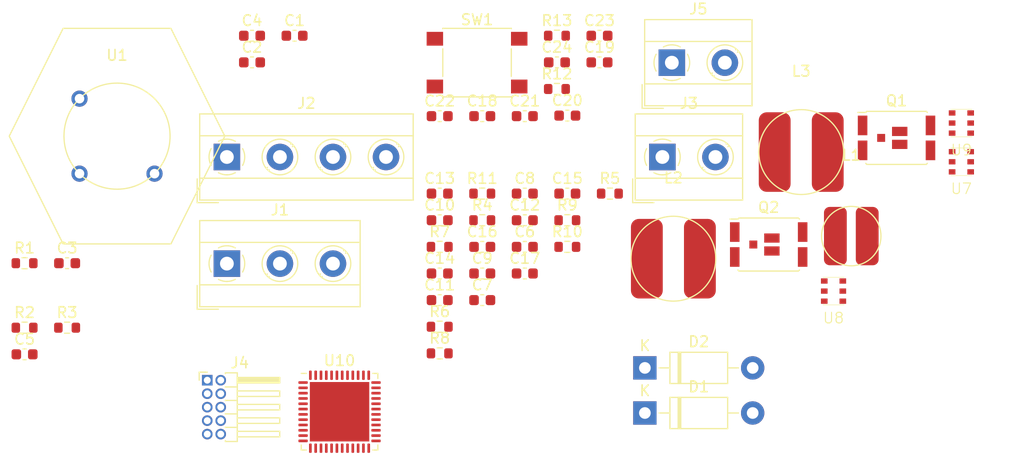
<source format=kicad_pcb>
(kicad_pcb (version 20211014) (generator pcbnew)
  (layers (0 "F.Cu" signal) (31 "B.Cu" signal) (34 "B.Paste" user) (35 "F.Paste" user) (36 "B.SilkS" user "B.Silkscreen") (37 "F.SilkS" user "F.Silkscreen") (38 "B.Mask" user) (39 "F.Mask" user) (44 "Edge.Cuts" user))
  (net 0 "")
  (net 1 "GND12V")
  (net 2 "Net-(C5-Pad2)")
  (net 3 "+5V")
  (net 4 "temper")
  (net 5 "I2C_1_SDA")
  (net 6 "I2C_1_CLK")
  (net 7 "+BATT")
  (net 8 "+3.3V")
  (net 9 "SWDIO")
  (net 10 "SWDLK")
  (net 11 "TDO")
  (net 13 "TDI")
  (net 15 "RST")
  (net 16 "Net-(C6-Pad1)")
  (net 17 "Net-(C10-Pad1)")
  (net 18 "+12V")
  (net 19 "Net-(C14-Pad1)")
  (net 20 "peri_power_1")
  (net 21 "peri_power_2")
  (net 22 "Net-(C6-Pad2)")
  (net 23 "Net-(R4-Pad2)")
  (net 24 "Net-(C10-Pad2)")
  (net 25 "Net-(R6-Pad2)")
  (net 26 "Net-(C14-Pad2)")
  (net 27 "Net-(R10-Pad1)")
  (net 41 "pres")
  (net 42 "acoustic")
  (net 45 "3.3V_GND")
  (net 55 "ch4_B")
  (net 56 "Net-(C18-Pad2)")
  (net 57 "ch4_A")
  (net 58 "Net-(BZ1-Pad1)")
  (net 59 "Net-(R12-Pad2)")
  (net 60 "Net-(U1-Pad1)")
  (net 61 "Net-(U1-Pad3)")
  (footprint "TerminalBlock_MetzConnect:TerminalBlock_MetzConnect_Type055_RT01502HDWU_1x02_P5.00mm_Horizontal" (layer "F.Cu") (at 148.97 80.01)
    (fp_text reference "J3" (at 2.5 -5.06) (layer "F.SilkS"))
    (fp_text value "Screw_Terminal_01x02")
    (pad "1" thru_hole rect (at 0 0) (size 2.5 2.5) (drill 1.3) (layers *.Cu *.Mask) (net 7 "+BATT"))
    (pad "2" thru_hole circle (at 5 0) (size 2.5 2.5) (drill 1.3) (layers *.Cu *.Mask) (net 1 "GND12V"))
  )
  (footprint "Capacitor_SMD:C_0603_1608Metric" (layer "F.Cu") (at 131.99 93.5)
    (fp_text reference "C7" (at 0 -1.43) (layer "F.SilkS"))
    (fp_text value "10uF 4.5 mR")
    (pad "1" smd roundrect (at -0.775 0) (size 0.9 0.95) (layers "F.Cu" "F.Paste" "F.Mask") (net 8 "+3.3V"))
    (pad "2" smd roundrect (at 0.775 0) (size 0.9 0.95) (layers "F.Cu" "F.Paste" "F.Mask") (net 1 "GND12V"))
  )
  (footprint "Diode_THT:D_DO-41_SOD81_P10.16mm_Horizontal" (layer "F.Cu") (at 147.32 104.14)
    (fp_text reference "D1" (at 5.08 -2.47) (layer "F.SilkS"))
    (fp_text value "1N4004")
    (fp_text user "K" (at 0 -2.1) (layer "F.SilkS"))
    (pad "1" thru_hole rect (at 0 0) (size 2.2 2.2) (drill 1.1) (layers *.Cu *.Mask) (net 1 "GND12V"))
    (pad "2" thru_hole oval (at 10.16 0) (size 2.2 2.2) (drill 1.1) (layers *.Cu *.Mask) (net 2 "Net-(C5-Pad2)"))
  )
  (footprint "Capacitor_SMD:C_0603_1608Metric" (layer "F.Cu") (at 140.01 76.11)
    (fp_text reference "C20" (at 0 -1.43) (layer "F.SilkS"))
    (fp_text value "100nF")
    (pad "1" smd roundrect (at -0.775 0) (size 0.9 0.95) (layers "F.Cu" "F.Paste" "F.Mask") (net 8 "+3.3V"))
    (pad "2" smd roundrect (at 0.775 0) (size 0.9 0.95) (layers "F.Cu" "F.Paste" "F.Mask") (net 45 "3.3V_GND"))
  )
  (footprint "Capacitor_SMD:C_0603_1608Metric" (layer "F.Cu") (at 140.01 83.46)
    (fp_text reference "C15" (at 0 -1.43) (layer "F.SilkS"))
    (fp_text value "10uF 2.2mR")
    (pad "1" smd roundrect (at -0.775 0) (size 0.9 0.95) (layers "F.Cu" "F.Paste" "F.Mask") (net 3 "+5V"))
    (pad "2" smd roundrect (at 0.775 0) (size 0.9 0.95) (layers "F.Cu" "F.Paste" "F.Mask") (net 1 "GND12V"))
  )
  (footprint "Capacitor_SMD:C_0603_1608Metric" (layer "F.Cu") (at 136 90.99)
    (fp_text reference "C17" (at 0 -1.43) (layer "F.SilkS"))
    (fp_text value "100nF 20mR")
    (pad "1" smd roundrect (at -0.775 0) (size 0.9 0.95) (layers "F.Cu" "F.Paste" "F.Mask") (net 7 "+BATT"))
    (pad "2" smd roundrect (at 0.775 0) (size 0.9 0.95) (layers "F.Cu" "F.Paste" "F.Mask") (net 1 "GND12V"))
  )
  (footprint "Connector_PinHeader_1.27mm:PinHeader_2x05_P1.27mm_Horizontal" (layer "F.Cu") (at 106.07 101.05)
    (fp_text reference "J4" (at 3.0675 -1.635) (layer "F.SilkS"))
    (fp_text value "Conn_ARM_JTAG_SWD_10")
    (pad "1" thru_hole rect (at 0 0) (size 1 1) (drill 0.65) (layers *.Cu *.Mask) (net 8 "+3.3V"))
    (pad "2" thru_hole oval (at 1.27 0) (size 1 1) (drill 0.65) (layers *.Cu *.Mask) (net 9 "SWDIO"))
    (pad "3" thru_hole oval (at 0 1.27) (size 1 1) (drill 0.65) (layers *.Cu *.Mask) (net 1 "GND12V"))
    (pad "4" thru_hole oval (at 1.27 1.27) (size 1 1) (drill 0.65) (layers *.Cu *.Mask) (net 10 "SWDLK"))
    (pad "5" thru_hole oval (at 0 2.54) (size 1 1) (drill 0.65) (layers *.Cu *.Mask) (net 1 "GND12V"))
    (pad "6" thru_hole oval (at 1.27 2.54) (size 1 1) (drill 0.65) (layers *.Cu *.Mask) (net 11 "TDO"))
    (pad "7" thru_hole oval (at 0 3.81) (size 1 1) (drill 0.65) (layers *.Cu *.Mask))
    (pad "8" thru_hole oval (at 1.27 3.81) (size 1 1) (drill 0.65) (layers *.Cu *.Mask) (net 13 "TDI"))
    (pad "9" thru_hole oval (at 0 5.08) (size 1 1) (drill 0.65) (layers *.Cu *.Mask))
    (pad "10" thru_hole oval (at 1.27 5.08) (size 1 1) (drill 0.65) (layers *.Cu *.Mask) (net 15 "RST"))
  )
  (footprint "Capacitor_SMD:C_0603_1608Metric" (layer "F.Cu") (at 143.04 68.58)
    (fp_text reference "C23" (at 0 -1.43) (layer "F.SilkS"))
    (fp_text value "100nF")
    (pad "1" smd roundrect (at -0.775 0) (size 0.9 0.95) (layers "F.Cu" "F.Paste" "F.Mask") (net 8 "+3.3V"))
    (pad "2" smd roundrect (at 0.775 0) (size 0.9 0.95) (layers "F.Cu" "F.Paste" "F.Mask") (net 1 "GND12V"))
  )
  (footprint "Resistor_SMD:R_0603_1608Metric" (layer "F.Cu") (at 144.02 83.46)
    (fp_text reference "R5" (at 0 -1.43) (layer "F.SilkS"))
    (fp_text value "22kR")
    (pad "1" smd roundrect (at -0.825 0) (size 0.8 0.95) (layers "F.Cu" "F.Paste" "F.Mask") (net 23 "Net-(R4-Pad2)"))
    (pad "2" smd roundrect (at 0.825 0) (size 0.8 0.95) (layers "F.Cu" "F.Paste" "F.Mask") (net 1 "GND12V"))
  )
  (footprint "Resistor_SMD:R_0603_1608Metric" (layer "F.Cu") (at 88.85 90.02)
    (fp_text reference "R1" (at 0 -1.43) (layer "F.SilkS"))
    (fp_text value "4.7KR")
    (pad "1" smd roundrect (at -0.825 0) (size 0.8 0.95) (layers "F.Cu" "F.Paste" "F.Mask") (net 3 "+5V"))
    (pad "2" smd roundrect (at 0.825 0) (size 0.8 0.95) (layers "F.Cu" "F.Paste" "F.Mask") (net 4 "temper"))
  )
  (footprint "m12:m12con" (layer "F.Cu") (at 97.565 78.045)
    (fp_text reference "U1" (at 0 -7.62 unlocked) (layer "F.SilkS"))
    (fp_text value "4002B")
    (pad "1" thru_hole circle (at -3.535 -3.535) (size 1.524 1.524) (drill 0.9) (layers *.Cu *.Mask) (net 60 "Net-(U1-Pad1)"))
    (pad "2" thru_hole circle (at -3.535 3.535) (size 1.524 1.524) (drill 0.9) (layers *.Cu *.Mask) (net 41 "pres"))
    (pad "3" thru_hole circle (at 3.535 3.535) (size 1.524 1.524) (drill 0.9) (layers *.Cu *.Mask) (net 61 "Net-(U1-Pad3)"))
  )
  (footprint "Resistor_SMD:R_0603_1608Metric" (layer "F.Cu") (at 140.01 88.48)
    (fp_text reference "R10" (at 0 -1.43) (layer "F.SilkS"))
    (fp_text value "22kR")
    (pad "1" smd roundrect (at -0.825 0) (size 0.8 0.95) (layers "F.Cu" "F.Paste" "F.Mask") (net 27 "Net-(R10-Pad1)"))
    (pad "2" smd roundrect (at 0.825 0) (size 0.8 0.95) (layers "F.Cu" "F.Paste" "F.Mask") (net 1 "GND12V"))
  )
  (footprint "Resistor_SMD:R_0603_1608Metric" (layer "F.Cu") (at 131.99 83.46)
    (fp_text reference "R11" (at 0 -1.43) (layer "F.SilkS"))
    (fp_text value "10kR")
    (pad "1" smd roundrect (at -0.825 0) (size 0.8 0.95) (layers "F.Cu" "F.Paste" "F.Mask") (net 1 "GND12V"))
    (pad "2" smd roundrect (at 0.825 0) (size 0.8 0.95) (layers "F.Cu" "F.Paste" "F.Mask") (net 21 "peri_power_2"))
  )
  (footprint "Resistor_SMD:R_0603_1608Metric" (layer "F.Cu") (at 139.03 68.58)
    (fp_text reference "R13" (at 0 -1.43) (layer "F.SilkS"))
    (fp_text value "500kR")
    (pad "1" smd roundrect (at -0.825 0) (size 0.8 0.95) (layers "F.Cu" "F.Paste" "F.Mask") (net 59 "Net-(R12-Pad2)"))
    (pad "2" smd roundrect (at 0.825 0) (size 0.8 0.95) (layers "F.Cu" "F.Paste" "F.Mask") (net 1 "GND12V"))
  )
  (footprint "Capacitor_SMD:C_0603_1608Metric" (layer "F.Cu") (at 131.99 76.16)
    (fp_text reference "C18" (at 0 -1.43) (layer "F.SilkS"))
    (fp_text value "100nF")
    (pad "1" smd roundrect (at -0.775 0) (size 0.9 0.95) (layers "F.Cu" "F.Paste" "F.Mask") (net 1 "GND12V"))
    (pad "2" smd roundrect (at 0.775 0) (size 0.9 0.95) (layers "F.Cu" "F.Paste" "F.Mask") (net 56 "Net-(C18-Pad2)"))
  )
  (footprint "Capacitor_SMD:C_0603_1608Metric" (layer "F.Cu") (at 131.99 90.99)
    (fp_text reference "C9" (at 0 -1.43) (layer "F.SilkS"))
    (fp_text value "100nF 3mR")
    (pad "1" smd roundrect (at -0.775 0) (size 0.9 0.95) (layers "F.Cu" "F.Paste" "F.Mask") (net 7 "+BATT"))
    (pad "2" smd roundrect (at 0.775 0) (size 0.9 0.95) (layers "F.Cu" "F.Paste" "F.Mask") (net 1 "GND12V"))
  )
  (footprint "inductor:NPI75C150MTRF" (layer "F.Cu") (at 150.005 89.595)
    (fp_text reference "L2" (at 0 -7.62 unlocked) (layer "F.SilkS"))
    (fp_text value "15uH 90mR 1.6A")
    (pad "1" smd roundrect (at -2.5 0) (size 3 7.5) (layers "F.Cu" "F.Paste" "F.Mask") (net 17 "Net-(C10-Pad1)"))
    (pad "2" smd roundrect (at 2.5 0) (size 3 7.5) (layers "F.Cu" "F.Paste" "F.Mask") (net 18 "+12V"))
  )
  (footprint "Capacitor_SMD:C_0603_1608Metric" (layer "F.Cu") (at 110.29 68.58)
    (fp_text reference "C4" (at 0 -1.43) (layer "F.SilkS"))
    (fp_text value "100nF")
    (pad "1" smd roundrect (at -0.775 0) (size 0.9 0.95) (layers "F.Cu" "F.Paste" "F.Mask") (net 3 "+5V"))
    (pad "2" smd roundrect (at 0.775 0) (size 0.9 0.95) (layers "F.Cu" "F.Paste" "F.Mask") (net 1 "GND12V"))
  )
  (footprint "Capacitor_SMD:C_0603_1608Metric" (layer "F.Cu") (at 110.29 71.09)
    (fp_text reference "C2" (at 0 -1.43) (layer "F.SilkS"))
    (fp_text value "100nF")
    (pad "1" smd roundrect (at -0.775 0) (size 0.9 0.95) (layers "F.Cu" "F.Paste" "F.Mask") (net 18 "+12V"))
    (pad "2" smd roundrect (at 0.775 0) (size 0.9 0.95) (layers "F.Cu" "F.Paste" "F.Mask") (net 1 "GND12V"))
  )
  (footprint "Diode_THT:D_DO-41_SOD81_P10.16mm_Horizontal" (layer "F.Cu") (at 147.32 99.89)
    (fp_text reference "D2" (at 5.08 -2.47) (layer "F.SilkS"))
    (fp_text value "1N4004")
    (fp_text user "K" (at 0 -2.1) (layer "F.SilkS"))
    (pad "1" thru_hole rect (at 0 0) (size 2.2 2.2) (drill 1.1) (layers *.Cu *.Mask) (net 2 "Net-(C5-Pad2)"))
    (pad "2" thru_hole oval (at 10.16 0) (size 2.2 2.2) (drill 1.1) (layers *.Cu *.Mask) (net 1 "GND12V"))
  )
  (footprint "Capacitor_SMD:C_0603_1608Metric" (layer "F.Cu") (at 127.98 83.46)
    (fp_text reference "C13" (at 0 -1.43) (layer "F.SilkS"))
    (fp_text value "100nF 3mR")
    (pad "1" smd roundrect (at -0.775 0) (size 0.9 0.95) (layers "F.Cu" "F.Paste" "F.Mask") (net 7 "+BATT"))
    (pad "2" smd roundrect (at 0.775 0) (size 0.9 0.95) (layers "F.Cu" "F.Paste" "F.Mask") (net 1 "GND12V"))
  )
  (footprint "Button_Switch_SMD:SW_Push_1P1T_NO_6x6mm_H9.5mm" (layer "F.Cu") (at 131.5 71.115)
    (fp_text reference "SW1" (at 0 -4.05) (layer "F.SilkS"))
    (fp_text value "SW_Push")
    (pad "1" smd rect (at -3.975 -2.25) (size 1.55 1.3) (layers "F.Cu" "F.Paste" "F.Mask") (net 8 "+3.3V"))
    (pad "1" smd rect (at 3.975 -2.25) (size 1.55 1.3) (layers "F.Cu" "F.Paste" "F.Mask") (net 8 "+3.3V"))
    (pad "2" smd rect (at -3.975 2.25) (size 1.55 1.3) (layers "F.Cu" "F.Paste" "F.Mask") (net 59 "Net-(R12-Pad2)"))
    (pad "2" smd rect (at 3.975 2.25) (size 1.55 1.3) (layers "F.Cu" "F.Paste" "F.Mask") (net 59 "Net-(R12-Pad2)"))
  )
  (footprint "Capacitor_SMD:C_0603_1608Metric" (layer "F.Cu") (at 127.98 85.97)
    (fp_text reference "C10" (at 0 -1.43) (layer "F.SilkS"))
    (fp_text value "100nF 1mR")
    (pad "1" smd roundrect (at -0.775 0) (size 0.9 0.95) (layers "F.Cu" "F.Paste" "F.Mask") (net 17 "Net-(C10-Pad1)"))
    (pad "2" smd roundrect (at 0.775 0) (size 0.9 0.95) (layers "F.Cu" "F.Paste" "F.Mask") (net 24 "Net-(C10-Pad2)"))
  )
  (footprint "Capacitor_SMD:C_0603_1608Metric" (layer "F.Cu") (at 136 76.16)
    (fp_text reference "C21" (at 0 -1.43) (layer "F.SilkS"))
    (fp_text value "100nF")
    (pad "1" smd roundrect (at -0.775 0) (size 0.9 0.95) (layers "F.Cu" "F.Paste" "F.Mask") (net 8 "+3.3V"))
    (pad "2" smd roundrect (at 0.775 0) (size 0.9 0.95) (layers "F.Cu" "F.Paste" "F.Mask") (net 45 "3.3V_GND"))
  )
  (footprint "Resistor_SMD:R_0603_1608Metric" (layer "F.Cu") (at 140.01 85.97)
    (fp_text reference "R9" (at 0 -1.43) (layer "F.SilkS"))
    (fp_text value "115kR")
    (pad "1" smd roundrect (at -0.825 0) (size 0.8 0.95) (layers "F.Cu" "F.Paste" "F.Mask") (net 3 "+5V"))
    (pad "2" smd roundrect (at 0.825 0) (size 0.8 0.95) (layers "F.Cu" "F.Paste" "F.Mask") (net 27 "Net-(R10-Pad1)"))
  )
  (footprint "Capacitor_SMD:C_0603_1608Metric" (layer "F.Cu") (at 136 88.48)
    (fp_text reference "C6" (at 0 -1.43) (layer "F.SilkS"))
    (fp_text value "100nF 1mR")
    (pad "1" smd roundrect (at -0.775 0) (size 0.9 0.95) (layers "F.Cu" "F.Paste" "F.Mask") (net 16 "Net-(C6-Pad1)"))
    (pad "2" smd roundrect (at 0.775 0) (size 0.9 0.95) (layers "F.Cu" "F.Paste" "F.Mask") (net 22 "Net-(C6-Pad2)"))
  )
  (footprint "LMR:lmr" (layer "F.Cu") (at 177.1525 80.46)
    (fp_text reference "U7" (at 0 2.54 unlocked) (layer "F.SilkS") (effects (font (thickness 0.1))))
    (fp_text value "LMR54406DBVR")
    (pad "1" smd rect (at -0.875 -0.95) (size 0.625 0.5) (layers "F.Cu" "F.Paste" "F.Mask") (net 22 "Net-(C6-Pad2)"))
    (pad "2" smd rect (at -0.875 0) (size 0.625 0.5) (layers "F.Cu" "F.Paste" "F.Mask") (net 7 "+BATT"))
    (pad "3" smd rect (at -0.875 0.95) (size 0.625 0.5) (layers "F.Cu" "F.Paste" "F.Mask") (net 7 "+BATT"))
    (pad "4" smd rect (at 0.875 0.95) (size 0.625 0.5) (layers "F.Cu" "F.Paste" "F.Mask") (net 16 "Net-(C6-Pad1)"))
    (pad "5" smd rect (at 0.875 0) (size 0.625 0.5) (layers "F.Cu" "F.Paste" "F.Mask") (net 23 "Net-(R4-Pad2)"))
    (pad "6" smd rect (at 0.875 -0.95) (size 0.625 0.5) (layers "F.Cu" "F.Paste" "F.Mask") (net 1 "GND12V"))
  )
  (footprint "inductor:NPI54C120MTRF" (layer "F.Cu") (at 166.775 87.465)
    (fp_text reference "L1" (at 0 -7.62 unlocked) (layer "F.SilkS"))
    (fp_text value "12uH 100mR 1.6A")
    (pad "1" smd roundrect (at -1.5 0) (size 2.15 5.5) (layers "F.Cu" "F.Paste" "F.Mask") (net 16 "Net-(C6-Pad1)"))
    (pad "2" smd roundrect (at 1.5 0) (size 2.15 5.5) (layers "F.Cu" "F.Paste" "F.Mask") (net 8 "+3.3V"))
  )
  (footprint "Resistor_SMD:R_0603_1608Metric" (layer "F.Cu") (at 127.98 96.01)
    (fp_text reference "R6" (at 0 -1.43) (layer "F.SilkS"))
    (fp_text value "309kR")
    (pad "1" smd roundrect (at -0.825 0) (size 0.8 0.95) (layers "F.Cu" "F.Paste" "F.Mask") (net 18 "+12V"))
    (pad "2" smd roundrect (at 0.825 0) (size 0.8 0.95) (layers "F.Cu" "F.Paste" "F.Mask") (net 25 "Net-(R6-Pad2)"))
  )
  (footprint "LMR:lmr" (layer "F.Cu") (at 177.1525 76.81)
    (fp_text reference "U9" (at 0 2.54 unlocked) (layer "F.SilkS") (effects (font (thickness 0.1))))
    (fp_text value "LMR54406DBVR")
    (pad "1" smd rect (at -0.875 -0.95) (size 0.625 0.5) (layers "F.Cu" "F.Paste" "F.Mask") (net 26 "Net-(C14-Pad2)"))
    (pad "2" smd rect (at -0.875 0) (size 0.625 0.5) (layers "F.Cu" "F.Paste" "F.Mask") (net 7 "+BATT"))
    (pad "3" smd rect (at -0.875 0.95) (size 0.625 0.5) (layers "F.Cu" "F.Paste" "F.Mask") (net 7 "+BATT"))
    (pad "4" smd rect (at 0.875 0.95) (size 0.625 0.5) (layers "F.Cu" "F.Paste" "F.Mask") (net 19 "Net-(C14-Pad1)"))
    (pad "5" smd rect (at 0.875 0) (size 0.625 0.5) (layers "F.Cu" "F.Paste" "F.Mask") (net 27 "Net-(R10-Pad1)"))
    (pad "6" smd rect (at 0.875 -0.95) (size 0.625 0.5) (layers "F.Cu" "F.Paste" "F.Mask") (net 1 "GND12V"))
  )
  (footprint "Resistor_SMD:R_0603_1608Metric" (layer "F.Cu") (at 127.98 88.48)
    (fp_text reference "R7" (at 0 -1.43) (layer "F.SilkS"))
    (fp_text value "22kR")
    (pad "1" smd roundrect (at -0.825 0) (size 0.8 0.95) (layers "F.Cu" "F.Paste" "F.Mask") (net 25 "Net-(R6-Pad2)"))
    (pad "2" smd roundrect (at 0.825 0) (size 0.8 0.95) (layers "F.Cu" "F.Paste" "F.Mask") (net 1 "GND12V"))
  )
  (footprint "Capacitor_SMD:C_0603_1608Metric" (layer "F.Cu") (at 114.3 68.58)
    (fp_text reference "C1" (at 0 -1.43) (layer "F.SilkS"))
    (fp_text value "100nF")
    (pad "1" smd roundrect (at -0.775 0) (size 0.9 0.95) (layers "F.Cu" "F.Paste" "F.Mask") (net 3 "+5V"))
    (pad "2" smd roundrect (at 0.775 0) (size 0.9 0.95) (layers "F.Cu" "F.Paste" "F.Mask") (net 1 "GND12V"))
  )
  (footprint "Package_DFN_QFN:QFN-48-1EP_7x7mm_P0.5mm_EP5.6x5.6mm" (layer "F.Cu") (at 118.54 104.02)
    (fp_text reference "U10" (at 0 -4.82) (layer "F.SilkS"))
    (fp_text value "STM32F103CBUx")
    (pad "1" smd roundrect (at -3.4375 -2.75) (size 0.875 0.25) (layers "F.Cu" "F.Paste" "F.Mask") (net 8 "+3.3V"))
    (pad "2" smd roundrect (at -3.4375 -2.25) (size 0.875 0.25) (layers "F.Cu" "F.Paste" "F.Mask"))
    (pad "3" smd roundrect (at -3.4375 -1.75) (size 0.875 0.25) (layers "F.Cu" "F.Paste" "F.Mask"))
    (pad "4" smd roundrect (at -3.4375 -1.25) (size 0.875 0.25) (layers "F.Cu" "F.Paste" "F.Mask"))
    (pad "5" smd roundrect (at -3.4375 -0.75) (size 0.875 0.25) (layers "F.Cu" "F.Paste" "F.Mask"))
    (pad "6" smd roundrect (at -3.4375 -0.25) (size 0.875 0.25) (layers "F.Cu" "F.Paste" "F.Mask"))
    (pad "7" smd roundrect (at -3.4375 0.25) (size 0.875 0.25) (layers "F.Cu" "F.Paste" "F.Mask") (net 15 "RST"))
    (pad "8" smd roundrect (at -3.4375 0.75) (size 0.875 0.25) (layers "F.Cu" "F.Paste" "F.Mask") (net 1 "GND12V"))
    (pad "9" smd roundrect (at -3.4375 1.25) (size 0.875 0.25) (layers "F.Cu" "F.Paste" "F.Mask") (net 8 "+3.3V"))
    (pad "10" smd roundrect (at -3.4375 1.75) (size 0.875 0.25) (layers "F.Cu" "F.Paste" "F.Mask"))
    (pad "11" smd roundrect (at -3.4375 2.25) (size 0.875 0.25) (layers "F.Cu" "F.Paste" "F.Mask"))
    (pad "12" smd roundrect (at -3.4375 2.75) (size 0.875 0.25) (layers "F.Cu" "F.Paste" "F.Mask"))
    (pad "13" smd roundrect (at -2.75 3.4375) (size 0.25 0.875) (layers "F.Cu" "F.Paste" "F.Mask"))
    (pad "14" smd roundrect (at -2.25 3.4375) (size 0.25 0.875) (layers "F.Cu" "F.Paste" "F.Mask"))
    (pad "15" smd roundrect (at -1.75 3.4375) (size 0.25 0.875) (layers "F.Cu" "F.Paste" "F.Mask"))
    (pad "16" smd roundrect (at -1.25 3.4375) (size 0.25 0.875) (layers "F.Cu" "F.Paste" "F.Mask"))
    (pad "17" smd roundrect (at -0.75 3.4375) (size 0.25 0.875) (layers "F.Cu" "F.Paste" "F.Mask"))
    (pad "18" smd roundrect (at -0.25 3.4375) (size 0.25 0.875) (layers "F.Cu" "F.Paste" "F.Mask") (net 4 "temper"))
    (pad "19" smd roundrect (at 0.25 3.4375) (size 0.25 0.875) (layers "F.Cu" "F.Paste" "F.Mask") (net 41 "pres"))
    (pad "20" smd roundrect (at 0.75 3.4375) (size 0.25 0.875) (layers "F.Cu" "F.Paste" "F.Mask") (net 42 "acoustic"))
    (pad "21" smd roundrect (at 1.25 3.4375) (size 0.25 0.875) (layers "F.Cu" "F.Paste" "F.Mask"))
    (pad "22" smd roundrect (at 1.75 3.4375) (size 0.25 0.875) (layers "F.Cu" "F.Paste" "F.Mask"))
    (pad "23" smd roundrect (at 2.25 3.4375) (size 0.25 0.875) (layers "F.Cu" "F.Paste" "F.Mask") (net 45 "3.3V_GND"))
    (pad "24" smd roundrect (at 2.75 3.4375) (size 0.25 0.875) (layers "F.Cu" "F.Paste" "F.Mask") (net 8 "+3.3V"))
    (pad "25" smd roundrect (at 3.4375 2.75) (size 0.875 0.25) (layers "F.Cu" "F.Paste" "F.Mask"))
    (pad "26" smd roundrect (at 3.4375 2.25) (size 0.875 0.25) (layers "F.Cu" "F.Paste" "F.Mask"))
    (pad "27" smd roundrect (at 3.4375 1.75) (size 0.875 0.25) (layers "F.Cu" "F.Paste" "F.Mask"))
    (pad "28" smd roundrect (at 3.4375 1.25) (size 0.875 0.25) (layers "F.Cu" "F.Paste" "F.Mask"))
    (pad "29" smd roundrect (at 3.4375 0.75) (size 0.875 0.25) (layers "F.Cu" "F.Paste" "F.Mask"))
    (pad "30" smd roundrect (at 3.4375 0.25) (size 0.875 0.25) (layers "F.Cu" "F.Paste" "F.Mask"))
    (pad "31" smd roundrect (at 3.4375 -0.25) (size 0.875 0.25) (layers "F.Cu" "F.Paste" "F.Mask"))
    (pad "32" smd roundrect (at 3.4375 -0.75) (size 0.875 0.25) (layers "F.Cu" "F.Paste" "F.Mask"))
    (pad "33" smd roundrect (at 3.4375 -1.25) (size 0.875 0.25) (layers "F.Cu" "F.Paste" "F.Mask"))
    (pad "34" smd roundrect (at 3.4375 -1.75) (size 0.875 0.25) (layers "F.Cu" "F.Paste" "F.Mask") (net 9 "SWDIO"))
    (pad "35" smd roundrect (at 3.4375 -2.25) (size 0.875 0.25) (layers "F.Cu" "F.Paste" "F.Mask") (net 45 "3.3V_GND"))
    (pad "36" smd roundrect (at 3.4375 -2.75) (size 0.875 0.25) (layers "F.Cu" "F.Paste" "F.Mask") (net 8 "+3.3V"))
    (pad "37" smd roundrect (at 2.75 -3.4375) (size 0.25 0.875) (layers "F.Cu" "F.Paste" "F.Mask") (net 10 "SWDLK"))
    (pad "38" smd roundrect (at 2.25 -3.4375) (size 0.25 0.875) (layers "F.Cu" "F.Paste" "F.Mask") (net 13 "TDI"))
    (pad "39" smd roundrect (at 1.75 -3.4375) (size 0.25 0.875) (layers "F.Cu" "F.Paste" "F.Mask") (net 11 "TDO"))
    (pad "40" smd roundrect (at 1.25 -3.4375) (size 0.25 0.875) (layers "F.Cu" "F.Paste" "F.Mask") (net 55 "ch4_B"))
    (pad "41" smd roundrect (at 0.75 -3.4375) (size 0.25 0.875) (layers "F.Cu" "F.Paste" "F.Mask") (net 20 "peri_power_1"))
    (pad "42" smd roundrect (at 0.25 -3.4375) (size 0.25 0.875) (layers "F.Cu" "F.Paste" "F.Mask") (net 6 "I2C_1_CLK"))
    (pad "43" smd roundrect (at -0.25 -3.4375) (size 0.25 0.875) (layers "F.Cu" "F.Paste" "F.Mask") (net 5 "I2C_1_SDA"))
    (pad "44" smd roundrect (at -0.75 -3.4375) (size 0.25 0.875) (layers "F.Cu" "F.Paste" "F.Mask") (net 56 "Net-(C18-Pad2)"))
    (pad "45" smd roundrect (at -1.25 -3.4375) (size 0.25 0.875) (layers "F.Cu" "F.Paste" "F.Mask") (net 21 "peri_power_2"))
    (pad "46" smd roundrect (at -1.75 -3.4375) (size 0.25 0.875) (layers "F.Cu" "F.Paste" "F.Mask") (net 57 "ch4_A"))
    (pad "47" smd roundrect (at -2.25 -3.4375) (size 0.25 0.875) (layers "F.Cu" "F.Paste" "F.Mask") (net 45 "3.3V_GND"))
    (pad "48" smd roundrect (at -2.75 -3.4375) (size 0.25 0.875) (layers "F.Cu" "F.Paste" "F.Mask") (net 8 "+3.3V"))
    (pad "49" smd rect (at 0 0) (size 5.6 5.6) (layers "F.Cu" "F.Mask") (net 45 "3.3V_GND"))
  )
  (footprint "TerminalBlock_MetzConnect:TerminalBlock_MetzConnect_Type055_RT01503HDWU_1x03_P5.00mm_Horizontal" (layer "F.Cu") (at 107.92 90.06)
    (fp_text reference "J1" (at 5 -5.06) (layer "F.SilkS"))
    (fp_text value "Screw_Terminal_01x03")
    (pad "1" thru_hole rect (at 0 0) (size 2.5 2.5) (drill 1.3) (layers *.Cu *.Mask) (net 3 "+5V"))
    (pad "2" thru_hole circle (at 5 0) (size 2.5 2.5) (drill 1.3) (layers *.Cu *.Mask) (net 1 "GND12V"))
    (pad "3" thru_hole circle (at 10 0) (size 2.5 2.5) (drill 1.3) (layers *.Cu *.Mask) (net 4 "temper"))
  )
  (footprint "Capacitor_SMD:C_0603_1608Metric" (layer "F.Cu") (at 92.86 90.02)
    (fp_text reference "C3" (at 0 -1.43) (layer "F.SilkS"))
    (fp_text value "100nF")
    (pad "1" smd roundrect (at -0.775 0) (size 0.9 0.95) (layers "F.Cu" "F.Paste" "F.Mask") (net 18 "+12V"))
    (pad "2" smd roundrect (at 0.775 0) (size 0.9 0.95) (layers "F.Cu" "F.Paste" "F.Mask") (net 1 "GND12V"))
  )
  (footprint "LMR:lmr" (layer "F.Cu") (at 165.1025 92.65)
    (fp_text reference "U8" (at 0 2.54 unlocked) (layer "F.SilkS") (effects (font (thickness 0.1))))
    (fp_text value "LMR54406DBVR")
    (pad "1" smd rect (at -0.875 -0.95) (size 0.625 0.5) (layers "F.Cu" "F.Paste" "F.Mask") (net 24 "Net-(C10-Pad2)"))
    (pad "2" smd rect (at -0.875 0) (size 0.625 0.5) (layers "F.Cu" "F.Paste" "F.Mask") (net 7 "+BATT"))
    (pad "3" smd rect (at -0.875 0.95) (size 0.625 0.5) (layers "F.Cu" "F.Paste" "F.Mask") (net 7 "+BATT"))
    (pad "4" smd rect (at 0.875 0.95) (size 0.625 0.5) (layers "F.Cu" "F.Paste" "F.Mask") (net 17 "Net-(C10-Pad1)"))
    (pad "5" smd rect (at 0.875 0) (size 0.625 0.5) (layers "F.Cu" "F.Paste" "F.Mask") (net 25 "Net-(R6-Pad2)"))
    (pad "6" smd rect (at 0.875 -0.95) (size 0.625 0.5) (layers "F.Cu" "F.Paste" "F.Mask") (net 1 "GND12V"))
  )
  (footprint "inductor:NPI75C150MTRF" (layer "F.Cu") (at 162.055 79.545)
    (fp_text reference "L3" (at 0 -7.62 unlocked) (layer "F.SilkS"))
    (fp_text value "15uH 90mR 1.8A")
    (pad "1" smd roundrect (at -2.5 0) (size 3 7.5) (layers "F.Cu" "F.Paste" "F.Mask") (net 19 "Net-(C14-Pad1)"))
    (pad "2" smd roundrect (at 2.5 0) (size 3 7.5) (layers "F.Cu" "F.Paste" "F.Mask") (net 3 "+5V"))
  )
  (footprint "Resistor_SMD:R_0603_1608Metric" (layer "F.Cu") (at 139.03 73.6)
    (fp_text reference "R12" (at 0 -1.43) (layer "F.SilkS"))
    (fp_text value "10kR")
    (pad "1" smd roundrect (at -0.825 0) (size 0.8 0.95) (layers "F.Cu" "F.Paste" "F.Mask") (net 56 "Net-(C18-Pad2)"))
    (pad "2" smd roundrect (at 0.825 0) (size 0.8 0.95) (layers "F.Cu" "F.Paste" "F.Mask") (net 59 "Net-(R12-Pad2)"))
  )
  (footprint "Capacitor_SMD:C_0603_1608Metric" (layer "F.Cu") (at 131.99 88.48)
    (fp_text reference "C16" (at 0 -1.43) (layer "F.SilkS"))
    (fp_text value "10uF 4.5mR")
    (pad "1" smd roundrect (at -0.775 0) (size 0.9 0.95) (layers "F.Cu" "F.Paste" "F.Mask") (net 7 "+BATT"))
    (pad "2" smd roundrect (at 0.775 0) (size 0.9 0.95) (layers "F.Cu" "F.Paste" "F.Mask") (net 1 "GND12V"))
  )
  (footprint "Capacitor_SMD:C_0603_1608Metric" (layer "F.Cu") (at 127.98 76.16)
    (fp_text reference "C22" (at 0 -1.43) (layer "F.SilkS"))
    (fp_text value "100nF")
    (pad "1" smd roundrect (at -0.775 0) (size 0.9 0.95) (layers "F.Cu" "F.Paste" "F.Mask") (net 8 "+3.3V"))
    (pad "2" smd roundrect (at 0.775 0) (size 0.9 0.95) (layers "F.Cu" "F.Paste" "F.Mask") (net 45 "3.3V_GND"))
  )
  (footprint "Resistor_SMD:R_0603_1608Metric" (layer "F.Cu") (at 88.85 96.1)
    (fp_text reference "R2" (at 0 -1.43) (layer "F.SilkS"))
    (fp_text value "100R")
    (pad "1" smd roundrect (at -0.825 0) (size 0.8 0.95) (layers "F.Cu" "F.Paste" "F.Mask") (net 2 "Net-(C5-Pad2)"))
    (pad "2" smd roundrect (at 0.825 0) (size 0.8 0.95) (layers "F.Cu" "F.Paste" "F.Mask") (net 58 "Net-(BZ1-Pad1)"))
  )
  (footprint "Capacitor_SMD:C_0603_1608Metric" (layer "F.Cu") (at 127.98 90.99)
    (fp_text reference "C14" (at 0 -1.43) (layer "F.SilkS"))
    (fp_text value "100nF 1mR")
    (pad "1" smd roundrect (at -0.775 0) (size 0.9 0.95) (layers "F.Cu" "F.Paste" "F.Mask") (net 19 "Net-(C14-Pad1)"))
    (pad "2" smd roundrect (at 0.775 0) (size 0.9 0.95) (layers "F.Cu" "F.Paste" "F.Mask") (net 26 "Net-(C14-Pad2)"))
  )
  (footprint "Capacitor_SMD:C_0603_1608Metric" (layer "F.Cu") (at 127.98 93.5)
    (fp_text reference "C11" (at 0 -1.43) (layer "F.SilkS"))
    (fp_text value "10uF 4.5mR")
    (pad "1" smd roundrect (at -0.775 0) (size 0.9 0.95) (layers "F.Cu" "F.Paste" "F.Mask") (net 18 "+12V"))
    (pad "2" smd roundrect (at 0.775 0) (size 0.9 0.95) (layers "F.Cu" "F.Paste" "F.Mask") (net 1 "GND12V"))
  )
  (footprint "Capacitor_SMD:C_0603_1608Metric" (layer "F.Cu") (at 136 83.46)
    (fp_text reference "C8" (at 0 -1.43) (layer "F.SilkS"))
    (fp_text value "10uF 4.5mR")
    (pad "1" smd roundrect (at -0.775 0) (size 0.9 0.95) (layers "F.Cu" "F.Paste" "F.Mask") (net 7 "+BATT"))
    (pad "2" smd roundrect (at 0.775 0) (size 0.9 0.95) (layers "F.Cu" "F.Paste" "F.Mask") (net 1 "GND12V"))
  )
  (footprint "Capacitor_SMD:C_0603_1608Metric" (layer "F.Cu") (at 139.03 71.09)
    (fp_text reference "C24" (at 0 -1.43) (layer "F.SilkS"))
    (fp_text value "1uF")
    (pad "1" smd roundrect (at -0.775 0) (size 0.9 0.95) (layers "F.Cu" "F.Paste" "F.Mask") (net 8 "+3.3V"))
    (pad "2" smd roundrect (at 0.775 0) (size 0.9 0.95) (layers "F.Cu" "F.Paste" "F.Mask") (net 1 "GND12V"))
  )
  (footprint "TerminalBlock_MetzConnect:TerminalBlock_MetzConnect_Type055_RT01502HDWU_1x02_P5.00mm_Horizontal" (layer "F.Cu") (at 149.86 71.12)
    (fp_text reference "J5" (at 2.5 -5.06) (layer "F.SilkS"))
    (fp_text value "Screw_Terminal_01x02")
    (pad "1" thru_hole rect (at 0 0) (size 2.5 2.5) (drill 1.3) (layers *.Cu *.Mask) (net 58 "Net-(BZ1-Pad1)"))
    (pad "2" thru_hole circle (at 5 0) (size 2.5 2.5) (drill 1.3) (layers *.Cu *.Mask) (net 1 "GND12V"))
  )
  (footprint "Resistor_SMD:R_0603_1608Metric" (layer "F.Cu") (at 92.86 96.1)
    (fp_text reference "R3" (at 0 -1.43) (layer "F.SilkS"))
    (fp_text value "470k")
    (pad "1" smd roundrect (at -0.825 0) (size 0.8 0.95) (layers "F.Cu" "F.Paste" "F.Mask") (net 58 "Net-(BZ1-Pad1)"))
    (pad "2" smd roundrect (at 0.825 0) (size 0.8 0.95) (layers "F.Cu" "F.Paste" "F.Mask") (net 1 "GND12V"))
  )
  (footprint "Resistor_SMD:R_0603_1608Metric" (layer "F.Cu") (at 127.98 98.52)
    (fp_text reference "R8" (at 0 -1.43) (layer "F.SilkS"))
    (fp_text value "10kR")
    (pad "1" smd roundrect (at -0.825 0) (size 0.8 0.95) (layers "F.Cu" "F.Paste" "F.Mask") (net 1 "GND12V"))
    (pad "2" smd roundrect (at 0.825 0) (size 0.8 0.95) (layers "F.Cu" "F.Paste" "F.Mask") (net 20 "peri_power_1"))
  )
  (footprint "Resistor_SMD:R_0603_1608Metric" (layer "F.Cu") (at 131.99 85.97)
    (fp_text reference "R4" (at 0 -1.43) (layer "F.SilkS"))
    (fp_text value "70kR")
    (pad "1" smd roundrect (at -0.825 0) (size 0.8 0.95) (layers "F.Cu" "F.Paste" "F.Mask") (net 8 "+3.3V"))
    (pad "2" smd roundrect (at 0.825 0) (size 0.8 0.95) (layers "F.Cu" "F.Paste" "F.Mask") (net 23 "Net-(R4-Pad2)"))
  )
  (footprint "Capacitor_SMD:C_0603_1608Metric" (layer "F.Cu") (at 88.85 98.61)
    (fp_text reference "C5" (at 0 -1.43) (layer "F.SilkS"))
    (fp_text value "0.1uF")
    (pad "1" smd roundrect (at -0.775 0) (size 0.9 0.95) (layers "F.Cu" "F.Paste" "F.Mask") (net 42 "acoustic"))
    (pad "2" smd roundrect (at 0.775 0) (size 0.9 0.95) (layers "F.Cu" "F.Paste" "F.Mask") (net 2 "Net-(C5-Pad2)"))
  )
  (footprint "Capacitor_SMD:C_0603_1608Metric" (layer "F.Cu") (at 143.04 71.09)
    (fp_text reference "C19" (at 0 -1.43) (layer "F.SilkS"))
    (fp_text value "10uF")
    (pad "1" smd roundrect (at -0.775 0) (size 0.9 0.95) (layers "F.Cu" "F.Paste" "F.Mask") (net 8 "+3.3V"))
    (pad "2" smd roundrect (at 0.775 0) (size 0.9 0.95) (layers "F.Cu" "F.Paste" "F.Mask") (net 45 "3.3V_GND"))
  )
  (footprint "Package_DirectFET:DirectFET_MX" (layer "F.Cu") (at 171.04 78.21)
    (fp_text reference "Q1" (at 0 -3.5) (layer "F.SilkS"))
    (fp_text value "IRF6616")
    (pad "1" smd rect (at 3.2 -1.175) (size 0.9 1.85) (layers "F.Cu" "F.Paste" "F.Mask") (net 1 "GND12V"))
    (pad "1" smd rect (at -3.2 -1.175) (size 0.9 1.85) (layers "F.Cu" "F.Paste" "F.Mask") (net 1 "GND12V"))
    (pad "1" smd rect (at 3.2 1.175) (size 0.9 1.85) (layers "F.Cu" "F.Paste" "F.Mask") (net 1 "GND12V"))
    (pad "1" smd rect (at -3.2 1.175) (size 0.9 1.85) (layers "F.Cu" "F.Paste" "F.Mask") (net 1 "GND12V"))
    (pad "2" smd rect (at -1.45 0) (size 0.75 0.75) (layers "F.Cu" "F.Paste" "F.Mask") (net 20 "peri_power_1"))
    (pad "3" smd rect (at 0.3 -0.61) (size 1.45 0.87) (layers "F.Cu" "F.Paste" "F.Mask") (net 1 "GND12V"))
    (pad "3" smd rect (at 0.3 0.61) (size 1.45 0.87) (layers "F.Cu" "F.Paste" "F.Mask") (net 1 "GND12V"))
  )
  (footprint "TerminalBlock_MetzConnect:TerminalBlock_MetzConnect_Type055_RT01504HDWU_1x04_P5.00mm_Horizontal" (layer "F.Cu") (at 107.92 80.01)
    (fp_text reference "J2" (at 7.5 -5.06) (layer "F.SilkS"))
    (fp_text value "Screw_Terminal_01x04")
    (pad "1" thru_hole rect (at 0 0) (size 2.5 2.5) (drill 1.3) (layers *.Cu *.Mask) (net 3 "+5V"))
    (pad "2" thru_hole circle (at 5 0) (size 2.5 2.5) (drill 1.3) (layers *.Cu *.Mask) (net 1 "GND12V"))
    (pad "3" thru_hole circle (at 10 0) (size 2.5 2.5) (drill 1.3) (layers *.Cu *.Mask) (net 5 "I2C_1_SDA"))
    (pad "4" thru_hole circle (at 15 0) (size 2.5 2.5) (drill 1.3) (layers *.Cu *.Mask) (net 6 "I2C_1_CLK"))
  )
  (footprint "Package_DirectFET:DirectFET_MX" (layer "F.Cu") (at 158.99 88.26)
    (fp_text reference "Q2" (at 0 -3.5) (layer "F.SilkS"))
    (fp_text value "IRF6616")
    (pad "1" smd rect (at 3.2 -1.175) (size 0.9 1.85) (layers "F.Cu" "F.Paste" "F.Mask") (net 1 "GND12V"))
    (pad "1" smd rect (at -3.2 1.175) (size 0.9 1.85) (layers "F.Cu" "F.Paste" "F.Mask") (net 1 "GND12V"))
    (pad "1" smd rect (at -3.2 -1.175) (size 0.9 1.85) (layers "F.Cu" "F.Paste" "F.Mask") (net 1 "GND12V"))
    (pad "1" smd rect (at 3.2 1.175) (size 0.9 1.85) (layers "F.Cu" "F.Paste" "F.Mask") (net 1 "GND12V"))
    (pad "2" smd rect (at -1.45 0) (size 0.75 0.75) (layers "F.Cu" "F.Paste" "F.Mask") (net 21 "peri_power_2"))
    (pad "3" smd rect (at 0.3 -0.61) (size 1.45 0.87) (layers "F.Cu" "F.Paste" "F.Mask") (net 1 "GND12V"))
    (pad "3" smd rect (at 0.3 0.61) (size 1.45 0.87) (layers "F.Cu" "F.Paste" "F.Mask") (net 1 "GND12V"))
  )
  (footprint "Capacitor_SMD:C_0603_1608Metric" (layer "F.Cu") (at 136 85.97)
    (fp_text reference "C12" (at 0 -1.43) (layer "F.SilkS"))
    (fp_text value "10uF 20mR")
    (pad "1" smd roundrect (at -0.775 0) (size 0.9 0.95) (layers "F.Cu" "F.Paste" "F.Mask") (net 7 "+BATT"))
    (pad "2" smd roundrect (at 0.775 0) (size 0.9 0.95) (layers "F.Cu" "F.Paste" "F.Mask") (net 1 "GND12V"))
  )
)
</source>
